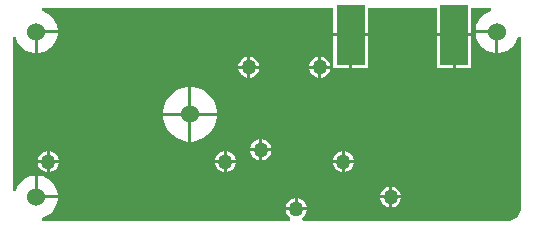
<source format=gbr>
G04*
G04 #@! TF.GenerationSoftware,Altium Limited,Altium Designer,24.6.1 (21)*
G04*
G04 Layer_Physical_Order=2*
G04 Layer_Color=16711680*
%FSLAX25Y25*%
%MOIN*%
G70*
G04*
G04 #@! TF.SameCoordinates,848F02FD-2630-40CC-A56B-9648625414CD*
G04*
G04*
G04 #@! TF.FilePolarity,Positive*
G04*
G01*
G75*
%ADD20R,0.09500X0.20000*%
%ADD33C,0.06000*%
%ADD34C,0.05000*%
G36*
X163507Y73803D02*
X163283Y73759D01*
X161990Y73223D01*
X160827Y72446D01*
X159838Y71457D01*
X159060Y70293D01*
X158525Y69001D01*
X158252Y67629D01*
Y67429D01*
X165354D01*
Y66929D01*
X165854D01*
Y59827D01*
X166054D01*
X167426Y60100D01*
X168719Y60635D01*
X169882Y61412D01*
X170871Y62402D01*
X171648Y63565D01*
X172184Y64857D01*
X172228Y65082D01*
X173228Y64983D01*
Y7874D01*
Y7486D01*
X173077Y6726D01*
X172780Y6009D01*
X172349Y5364D01*
X171801Y4816D01*
X171156Y4385D01*
X170440Y4088D01*
X169679Y3937D01*
X100606D01*
X100338Y4937D01*
X100574Y5073D01*
X101226Y5725D01*
X101687Y6523D01*
X101915Y7374D01*
X94936D01*
X95164Y6523D01*
X95625Y5725D01*
X96276Y5073D01*
X96512Y4937D01*
X96244Y3937D01*
X13757D01*
X13658Y4937D01*
X13883Y4982D01*
X15175Y5517D01*
X16339Y6294D01*
X17328Y7283D01*
X18105Y8447D01*
X18640Y9739D01*
X18913Y11112D01*
Y11311D01*
X11811D01*
Y11811D01*
X11311D01*
Y18913D01*
X11112D01*
X9739Y18640D01*
X8447Y18105D01*
X7283Y17328D01*
X6294Y16339D01*
X5517Y15175D01*
X4982Y13883D01*
X4937Y13658D01*
X3937Y13757D01*
Y64983D01*
X4937Y65082D01*
X4982Y64857D01*
X5517Y63565D01*
X6294Y62402D01*
X7283Y61412D01*
X8447Y60635D01*
X9739Y60100D01*
X11112Y59827D01*
X11311D01*
Y66929D01*
X11811D01*
Y67429D01*
X18913D01*
Y67629D01*
X18640Y69001D01*
X18105Y70293D01*
X17328Y71457D01*
X16339Y72446D01*
X15175Y73223D01*
X13883Y73759D01*
X13658Y73803D01*
X13757Y74803D01*
X110858D01*
Y66340D01*
X116608D01*
X122358D01*
Y74803D01*
X145358D01*
Y66340D01*
X151108D01*
X156858D01*
Y74803D01*
X163408D01*
X163507Y73803D01*
D02*
G37*
%LPC*%
G36*
X164854Y66429D02*
X158252D01*
Y66230D01*
X158525Y64857D01*
X159060Y63565D01*
X159838Y62402D01*
X160827Y61412D01*
X161990Y60635D01*
X163283Y60100D01*
X164655Y59827D01*
X164854D01*
Y66429D01*
D02*
G37*
G36*
X18913D02*
X12311D01*
Y59827D01*
X12510D01*
X13883Y60100D01*
X15175Y60635D01*
X16339Y61412D01*
X17328Y62402D01*
X18105Y63565D01*
X18640Y64857D01*
X18913Y66230D01*
Y66429D01*
D02*
G37*
G36*
X106799Y58608D02*
Y55618D01*
X109789D01*
X109561Y56469D01*
X109100Y57267D01*
X108448Y57919D01*
X107650Y58380D01*
X106799Y58608D01*
D02*
G37*
G36*
X105799D02*
X104948Y58380D01*
X104150Y57919D01*
X103498Y57267D01*
X103038Y56469D01*
X102810Y55618D01*
X105799D01*
Y58608D01*
D02*
G37*
G36*
X83177D02*
Y55618D01*
X86167D01*
X85939Y56469D01*
X85478Y57267D01*
X84826Y57919D01*
X84028Y58380D01*
X83177Y58608D01*
D02*
G37*
G36*
X82177D02*
X81326Y58380D01*
X80528Y57919D01*
X79877Y57267D01*
X79416Y56469D01*
X79188Y55618D01*
X82177D01*
Y58608D01*
D02*
G37*
G36*
X156858Y65340D02*
X151608D01*
Y54840D01*
X156858D01*
Y65340D01*
D02*
G37*
G36*
X150608D02*
X145358D01*
Y54840D01*
X150608D01*
Y65340D01*
D02*
G37*
G36*
X122358D02*
X117108D01*
Y54840D01*
X122358D01*
Y65340D01*
D02*
G37*
G36*
X116108D02*
X110858D01*
Y54840D01*
X116108D01*
Y65340D01*
D02*
G37*
G36*
X109789Y54618D02*
X106799D01*
Y51629D01*
X107650Y51857D01*
X108448Y52317D01*
X109100Y52969D01*
X109561Y53767D01*
X109789Y54618D01*
D02*
G37*
G36*
X105799D02*
X102810D01*
X103038Y53767D01*
X103498Y52969D01*
X104150Y52317D01*
X104948Y51857D01*
X105799Y51629D01*
Y54618D01*
D02*
G37*
G36*
X86167D02*
X83177D01*
Y51629D01*
X84028Y51857D01*
X84826Y52317D01*
X85478Y52969D01*
X85939Y53767D01*
X86167Y54618D01*
D02*
G37*
G36*
X82177D02*
X79188D01*
X79416Y53767D01*
X79877Y52969D01*
X80528Y52317D01*
X81326Y51857D01*
X82177Y51629D01*
Y54618D01*
D02*
G37*
G36*
X63885Y48441D02*
X63492D01*
Y39870D01*
X72063D01*
Y40264D01*
X71714Y42016D01*
X71031Y43667D01*
X70038Y45152D01*
X68774Y46416D01*
X67289Y47409D01*
X65638Y48092D01*
X63885Y48441D01*
D02*
G37*
G36*
X62492D02*
X62099D01*
X60346Y48092D01*
X58696Y47409D01*
X57210Y46416D01*
X55946Y45152D01*
X54954Y43667D01*
X54270Y42016D01*
X53921Y40264D01*
Y39870D01*
X62492D01*
Y48441D01*
D02*
G37*
G36*
X72063Y38870D02*
X63492D01*
Y30299D01*
X63885D01*
X65638Y30648D01*
X67289Y31332D01*
X68774Y32324D01*
X70038Y33588D01*
X71031Y35073D01*
X71714Y36724D01*
X72063Y38477D01*
Y38870D01*
D02*
G37*
G36*
X62492D02*
X53921D01*
Y38477D01*
X54270Y36724D01*
X54954Y35073D01*
X55946Y33588D01*
X57210Y32324D01*
X58696Y31332D01*
X60346Y30648D01*
X62099Y30299D01*
X62492D01*
Y38870D01*
D02*
G37*
G36*
X87114Y31049D02*
Y28059D01*
X90104D01*
X89876Y28910D01*
X89415Y29708D01*
X88763Y30360D01*
X87965Y30821D01*
X87114Y31049D01*
D02*
G37*
G36*
X86114D02*
X85263Y30821D01*
X84465Y30360D01*
X83814Y29708D01*
X83353Y28910D01*
X83125Y28059D01*
X86114D01*
Y31049D01*
D02*
G37*
G36*
X114673Y27112D02*
Y24122D01*
X117663D01*
X117435Y24973D01*
X116974Y25771D01*
X116322Y26423D01*
X115524Y26884D01*
X114673Y27112D01*
D02*
G37*
G36*
X113673D02*
X112822Y26884D01*
X112024Y26423D01*
X111372Y25771D01*
X110912Y24973D01*
X110684Y24122D01*
X113673D01*
Y27112D01*
D02*
G37*
G36*
X75303D02*
Y24122D01*
X78293D01*
X78065Y24973D01*
X77604Y25771D01*
X76952Y26423D01*
X76154Y26884D01*
X75303Y27112D01*
D02*
G37*
G36*
X74303D02*
X73452Y26884D01*
X72654Y26423D01*
X72002Y25771D01*
X71542Y24973D01*
X71314Y24122D01*
X74303D01*
Y27112D01*
D02*
G37*
G36*
X16248D02*
Y24122D01*
X19238D01*
X19010Y24973D01*
X18549Y25771D01*
X17897Y26423D01*
X17099Y26884D01*
X16248Y27112D01*
D02*
G37*
G36*
X15248D02*
X14397Y26884D01*
X13599Y26423D01*
X12947Y25771D01*
X12487Y24973D01*
X12258Y24122D01*
X15248D01*
Y27112D01*
D02*
G37*
G36*
X90104Y27059D02*
X87114D01*
Y24070D01*
X87965Y24298D01*
X88763Y24758D01*
X89415Y25410D01*
X89876Y26208D01*
X90104Y27059D01*
D02*
G37*
G36*
X86114D02*
X83125D01*
X83353Y26208D01*
X83814Y25410D01*
X84465Y24758D01*
X85263Y24298D01*
X86114Y24070D01*
Y27059D01*
D02*
G37*
G36*
X117663Y23122D02*
X114673D01*
Y20133D01*
X115524Y20361D01*
X116322Y20821D01*
X116974Y21473D01*
X117435Y22271D01*
X117663Y23122D01*
D02*
G37*
G36*
X113673D02*
X110684D01*
X110912Y22271D01*
X111372Y21473D01*
X112024Y20821D01*
X112822Y20361D01*
X113673Y20133D01*
Y23122D01*
D02*
G37*
G36*
X78293D02*
X75303D01*
Y20133D01*
X76154Y20361D01*
X76952Y20821D01*
X77604Y21473D01*
X78065Y22271D01*
X78293Y23122D01*
D02*
G37*
G36*
X74303D02*
X71314D01*
X71542Y22271D01*
X72002Y21473D01*
X72654Y20821D01*
X73452Y20361D01*
X74303Y20133D01*
Y23122D01*
D02*
G37*
G36*
X19238D02*
X16248D01*
Y20133D01*
X17099Y20361D01*
X17897Y20821D01*
X18549Y21473D01*
X19010Y22271D01*
X19238Y23122D01*
D02*
G37*
G36*
X15248D02*
X12258D01*
X12487Y22271D01*
X12947Y21473D01*
X13599Y20821D01*
X14397Y20361D01*
X15248Y20133D01*
Y23122D01*
D02*
G37*
G36*
X130421Y15301D02*
Y12311D01*
X133411D01*
X133183Y13162D01*
X132722Y13960D01*
X132070Y14612D01*
X131272Y15073D01*
X130421Y15301D01*
D02*
G37*
G36*
X129421D02*
X128570Y15073D01*
X127772Y14612D01*
X127121Y13960D01*
X126660Y13162D01*
X126432Y12311D01*
X129421D01*
Y15301D01*
D02*
G37*
G36*
X12510Y18913D02*
X12311D01*
Y12311D01*
X18913D01*
Y12510D01*
X18640Y13883D01*
X18105Y15175D01*
X17328Y16339D01*
X16339Y17328D01*
X15175Y18105D01*
X13883Y18640D01*
X12510Y18913D01*
D02*
G37*
G36*
X98925Y11364D02*
Y8374D01*
X101915D01*
X101687Y9225D01*
X101226Y10023D01*
X100574Y10675D01*
X99776Y11135D01*
X98925Y11364D01*
D02*
G37*
G36*
X97925D02*
X97074Y11135D01*
X96276Y10675D01*
X95625Y10023D01*
X95164Y9225D01*
X94936Y8374D01*
X97925D01*
Y11364D01*
D02*
G37*
G36*
X133411Y11311D02*
X130421D01*
Y8321D01*
X131272Y8550D01*
X132070Y9010D01*
X132722Y9662D01*
X133183Y10460D01*
X133411Y11311D01*
D02*
G37*
G36*
X129421D02*
X126432D01*
X126660Y10460D01*
X127121Y9662D01*
X127772Y9010D01*
X128570Y8550D01*
X129421Y8321D01*
Y11311D01*
D02*
G37*
%LPD*%
D20*
X116608Y65840D02*
D03*
X151108D02*
D03*
D33*
X62992Y39370D02*
D03*
X165354Y66929D02*
D03*
X11811Y11811D02*
D03*
Y66929D02*
D03*
D34*
X106299Y55118D02*
D03*
X114173Y23622D02*
D03*
X15748D02*
D03*
X86614Y27559D02*
D03*
X74803Y23622D02*
D03*
X98425Y7874D02*
D03*
X82677Y55118D02*
D03*
X129921Y11811D02*
D03*
M02*

</source>
